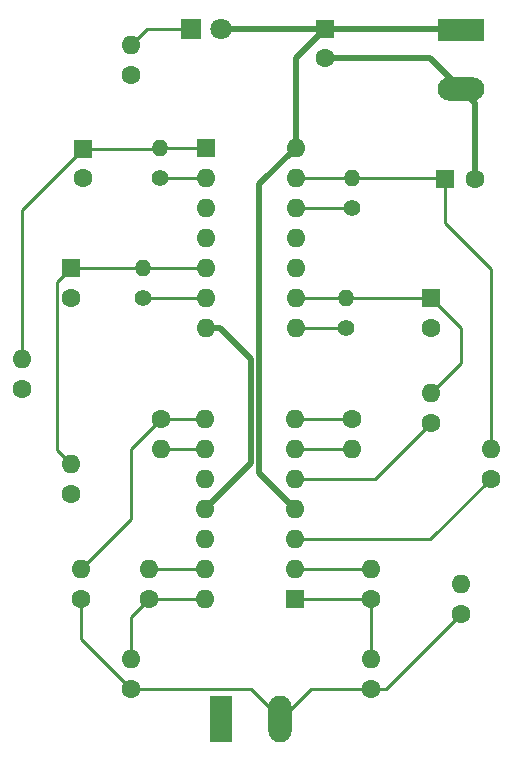
<source format=gbr>
%TF.GenerationSoftware,KiCad,Pcbnew,6.0.11+dfsg-1~bpo11+1*%
%TF.CreationDate,2023-11-19T23:21:45+01:00*%
%TF.ProjectId,lux106_002,6c757831-3036-45f3-9030-322e6b696361,rev?*%
%TF.SameCoordinates,Original*%
%TF.FileFunction,Copper,L1,Top*%
%TF.FilePolarity,Positive*%
%FSLAX46Y46*%
G04 Gerber Fmt 4.6, Leading zero omitted, Abs format (unit mm)*
G04 Created by KiCad (PCBNEW 6.0.11+dfsg-1~bpo11+1) date 2023-11-19 23:21:45*
%MOMM*%
%LPD*%
G01*
G04 APERTURE LIST*
%TA.AperFunction,ComponentPad*%
%ADD10C,1.400000*%
%TD*%
%TA.AperFunction,ComponentPad*%
%ADD11O,1.400000X1.400000*%
%TD*%
%TA.AperFunction,ComponentPad*%
%ADD12C,1.600000*%
%TD*%
%TA.AperFunction,ComponentPad*%
%ADD13O,1.600000X1.600000*%
%TD*%
%TA.AperFunction,ComponentPad*%
%ADD14R,3.960000X1.980000*%
%TD*%
%TA.AperFunction,ComponentPad*%
%ADD15O,3.960000X1.980000*%
%TD*%
%TA.AperFunction,ComponentPad*%
%ADD16R,1.600000X1.600000*%
%TD*%
%TA.AperFunction,ComponentPad*%
%ADD17R,1.800000X1.800000*%
%TD*%
%TA.AperFunction,ComponentPad*%
%ADD18C,1.800000*%
%TD*%
%TA.AperFunction,ComponentPad*%
%ADD19R,1.980000X3.960000*%
%TD*%
%TA.AperFunction,ComponentPad*%
%ADD20O,1.980000X3.960000*%
%TD*%
%TA.AperFunction,Conductor*%
%ADD21C,0.500000*%
%TD*%
%TA.AperFunction,Conductor*%
%ADD22C,0.250000*%
%TD*%
G04 APERTURE END LIST*
D10*
%TO.P,R11,1*%
%TO.N,Net-(R11-Pad1)*%
X105080000Y-78730000D03*
D11*
%TO.P,R11,2*%
%TO.N,Net-(C3-Pad1)*%
X105080000Y-76190000D03*
%TD*%
D12*
%TO.P,R1,1*%
%TO.N,Net-(R1-Pad1)*%
X77140000Y-93980000D03*
D13*
%TO.P,R1,2*%
%TO.N,Net-(C1-Pad1)*%
X77140000Y-91440000D03*
%TD*%
D14*
%TO.P,BT1,1,+*%
%TO.N,VCC*%
X114300000Y-63620000D03*
D15*
%TO.P,BT1,2,-*%
%TO.N,Earth*%
X114300000Y-68620000D03*
%TD*%
D12*
%TO.P,R9,1*%
%TO.N,Net-(R9-Pad1)*%
X116840000Y-101600000D03*
D13*
%TO.P,R9,2*%
%TO.N,Net-(C3-Pad1)*%
X116840000Y-99060000D03*
%TD*%
D12*
%TO.P,R16,1*%
%TO.N,OUT*%
X106680000Y-119380000D03*
D13*
%TO.P,R16,2*%
%TO.N,Net-(R16-Pad2)*%
X106680000Y-116840000D03*
%TD*%
D16*
%TO.P,C4,1*%
%TO.N,Net-(C4-Pad1)*%
X111760000Y-86350000D03*
D12*
%TO.P,C4,2*%
%TO.N,Earth*%
X111760000Y-88850000D03*
%TD*%
D16*
%TO.P,U1,1*%
%TO.N,Net-(C1-Pad1)*%
X92720000Y-73625000D03*
D13*
%TO.P,U1,2*%
%TO.N,Net-(R6-Pad1)*%
X92720000Y-76165000D03*
%TO.P,U1,3*%
%TO.N,N/C*%
X92720000Y-78705000D03*
%TO.P,U1,4*%
X92720000Y-81245000D03*
%TO.P,U1,5*%
%TO.N,Net-(C2-Pad1)*%
X92720000Y-83785000D03*
%TO.P,U1,6*%
%TO.N,Net-(R4-Pad1)*%
X92720000Y-86325000D03*
%TO.P,U1,7,VSS*%
%TO.N,Earth*%
X92720000Y-88865000D03*
%TO.P,U1,8*%
%TO.N,Net-(R12-Pad1)*%
X100340000Y-88865000D03*
%TO.P,U1,9*%
%TO.N,Net-(C4-Pad1)*%
X100340000Y-86325000D03*
%TO.P,U1,10*%
%TO.N,N/C*%
X100340000Y-83785000D03*
%TO.P,U1,11*%
X100340000Y-81245000D03*
%TO.P,U1,12*%
%TO.N,Net-(R11-Pad1)*%
X100340000Y-78705000D03*
%TO.P,U1,13*%
%TO.N,Net-(C3-Pad1)*%
X100340000Y-76165000D03*
%TO.P,U1,14,VDD*%
%TO.N,VCC*%
X100340000Y-73625000D03*
%TD*%
D12*
%TO.P,R3,1*%
%TO.N,Net-(R3-Pad1)*%
X81280000Y-102870000D03*
D13*
%TO.P,R3,2*%
%TO.N,Net-(C2-Pad1)*%
X81280000Y-100330000D03*
%TD*%
D16*
%TO.P,C3,1*%
%TO.N,Net-(C3-Pad1)*%
X113010000Y-76200000D03*
D12*
%TO.P,C3,2*%
%TO.N,Earth*%
X115510000Y-76200000D03*
%TD*%
D16*
%TO.P,C1,1*%
%TO.N,Net-(C1-Pad1)*%
X82320000Y-73660000D03*
D12*
%TO.P,C1,2*%
%TO.N,Earth*%
X82320000Y-76160000D03*
%TD*%
D16*
%TO.P,C2,1*%
%TO.N,Net-(C2-Pad1)*%
X81280000Y-83810000D03*
D12*
%TO.P,C2,2*%
%TO.N,Earth*%
X81280000Y-86310000D03*
%TD*%
D17*
%TO.P,D1,1,K*%
%TO.N,Net-(D1-Pad1)*%
X91440000Y-63500000D03*
D18*
%TO.P,D1,2,A*%
%TO.N,VCC*%
X93980000Y-63500000D03*
%TD*%
D12*
%TO.P,R8,1*%
%TO.N,Net-(R17-Pad2)*%
X105080000Y-96520000D03*
D13*
%TO.P,R8,2*%
%TO.N,Net-(R8-Pad2)*%
X105080000Y-99060000D03*
%TD*%
D16*
%TO.P,C5,1*%
%TO.N,VCC*%
X102850000Y-63500000D03*
D12*
%TO.P,C5,2*%
%TO.N,Earth*%
X102850000Y-66000000D03*
%TD*%
%TO.P,R13,1*%
%TO.N,Earth*%
X86360000Y-67415859D03*
D13*
%TO.P,R13,2*%
%TO.N,Net-(D1-Pad1)*%
X86360000Y-64875859D03*
%TD*%
D12*
%TO.P,R7,1*%
%TO.N,Net-(R16-Pad2)*%
X106680000Y-111760000D03*
D13*
%TO.P,R7,2*%
%TO.N,Net-(R7-Pad2)*%
X106680000Y-109220000D03*
%TD*%
D10*
%TO.P,R6,1*%
%TO.N,Net-(R6-Pad1)*%
X88890000Y-76190000D03*
D11*
%TO.P,R6,2*%
%TO.N,Net-(C1-Pad1)*%
X88890000Y-73650000D03*
%TD*%
D10*
%TO.P,R4,1*%
%TO.N,Net-(R4-Pad1)*%
X87410000Y-86350000D03*
D11*
%TO.P,R4,2*%
%TO.N,Net-(C2-Pad1)*%
X87410000Y-83810000D03*
%TD*%
D12*
%TO.P,R2,1*%
%TO.N,Net-(R14-Pad2)*%
X87960000Y-111760000D03*
D13*
%TO.P,R2,2*%
%TO.N,Net-(R2-Pad2)*%
X87960000Y-109220000D03*
%TD*%
D16*
%TO.P,U2,1*%
%TO.N,Net-(R16-Pad2)*%
X100320000Y-111765000D03*
D13*
%TO.P,U2,2,-*%
%TO.N,Net-(R7-Pad2)*%
X100320000Y-109225000D03*
%TO.P,U2,3,+*%
%TO.N,Net-(R9-Pad1)*%
X100320000Y-106685000D03*
%TO.P,U2,4,V+*%
%TO.N,VCC*%
X100320000Y-104145000D03*
%TO.P,U2,5,+*%
%TO.N,Net-(R10-Pad1)*%
X100320000Y-101605000D03*
%TO.P,U2,6,-*%
%TO.N,Net-(R8-Pad2)*%
X100320000Y-99065000D03*
%TO.P,U2,7*%
%TO.N,Net-(R17-Pad2)*%
X100320000Y-96525000D03*
%TO.P,U2,8*%
%TO.N,Net-(R15-Pad2)*%
X92700000Y-96525000D03*
%TO.P,U2,9,-*%
%TO.N,Net-(R5-Pad2)*%
X92700000Y-99065000D03*
%TO.P,U2,10,+*%
%TO.N,Net-(R1-Pad1)*%
X92700000Y-101605000D03*
%TO.P,U2,11,V-*%
%TO.N,Earth*%
X92700000Y-104145000D03*
%TO.P,U2,12,+*%
%TO.N,Net-(R3-Pad1)*%
X92700000Y-106685000D03*
%TO.P,U2,13,-*%
%TO.N,Net-(R2-Pad2)*%
X92700000Y-109225000D03*
%TO.P,U2,14*%
%TO.N,Net-(R14-Pad2)*%
X92700000Y-111765000D03*
%TD*%
D12*
%TO.P,R10,1*%
%TO.N,Net-(R10-Pad1)*%
X111821380Y-96878865D03*
D13*
%TO.P,R10,2*%
%TO.N,Net-(C4-Pad1)*%
X111821380Y-94338865D03*
%TD*%
D12*
%TO.P,R14,1*%
%TO.N,OUT*%
X86360000Y-119380000D03*
D13*
%TO.P,R14,2*%
%TO.N,Net-(R14-Pad2)*%
X86360000Y-116840000D03*
%TD*%
D10*
%TO.P,R12,1*%
%TO.N,Net-(R12-Pad1)*%
X104580000Y-88890000D03*
D11*
%TO.P,R12,2*%
%TO.N,Net-(C4-Pad1)*%
X104580000Y-86350000D03*
%TD*%
D12*
%TO.P,R15,1*%
%TO.N,OUT*%
X82190000Y-111760000D03*
D13*
%TO.P,R15,2*%
%TO.N,Net-(R15-Pad2)*%
X82190000Y-109220000D03*
%TD*%
D12*
%TO.P,R5,1*%
%TO.N,Net-(R15-Pad2)*%
X88900000Y-96520000D03*
D13*
%TO.P,R5,2*%
%TO.N,Net-(R5-Pad2)*%
X88900000Y-99060000D03*
%TD*%
D19*
%TO.P,J1,1,Pin_1*%
%TO.N,Earth*%
X93980000Y-121920000D03*
D20*
%TO.P,J1,2,Pin_2*%
%TO.N,OUT*%
X98980000Y-121920000D03*
%TD*%
D12*
%TO.P,R17,1*%
%TO.N,OUT*%
X114300000Y-113030000D03*
D13*
%TO.P,R17,2*%
%TO.N,Net-(R17-Pad2)*%
X114300000Y-110490000D03*
%TD*%
D21*
%TO.N,Earth*%
X115510000Y-76200000D02*
X115510000Y-69830000D01*
X115510000Y-69830000D02*
X114300000Y-68620000D01*
%TO.N,VCC*%
X102850000Y-63500000D02*
X114180000Y-63500000D01*
X114180000Y-63500000D02*
X114300000Y-63620000D01*
%TO.N,Earth*%
X102850000Y-66000000D02*
X111680000Y-66000000D01*
X111680000Y-66000000D02*
X114300000Y-68620000D01*
D22*
%TO.N,Net-(C1-Pad1)*%
X92720000Y-73625000D02*
X88915000Y-73625000D01*
X88915000Y-73625000D02*
X88890000Y-73650000D01*
X82320000Y-73660000D02*
X88880000Y-73660000D01*
X88880000Y-73660000D02*
X88890000Y-73650000D01*
X82320000Y-73660000D02*
X77140000Y-78840000D01*
X77140000Y-78840000D02*
X77140000Y-91440000D01*
%TO.N,Net-(C4-Pad1)*%
X111760000Y-86350000D02*
X114300000Y-88890000D01*
X114300000Y-88890000D02*
X114300000Y-91860245D01*
X114300000Y-91860245D02*
X111821380Y-94338865D01*
X111760000Y-86350000D02*
X104580000Y-86350000D01*
%TO.N,Net-(R6-Pad1)*%
X88890000Y-76190000D02*
X92695000Y-76190000D01*
X92695000Y-76190000D02*
X92720000Y-76165000D01*
%TO.N,Net-(C2-Pad1)*%
X81280000Y-83810000D02*
X87410000Y-83810000D01*
X92695000Y-83810000D02*
X92720000Y-83785000D01*
X80105000Y-84985000D02*
X80105000Y-99155000D01*
X81280000Y-83810000D02*
X80105000Y-84985000D01*
X87410000Y-83810000D02*
X92695000Y-83810000D01*
X80105000Y-99155000D02*
X81280000Y-100330000D01*
%TO.N,Net-(C3-Pad1)*%
X100365000Y-76190000D02*
X100340000Y-76165000D01*
X113010000Y-79990000D02*
X116840000Y-83820000D01*
X105080000Y-76190000D02*
X113000000Y-76190000D01*
X113010000Y-76200000D02*
X113010000Y-79990000D01*
X113000000Y-76190000D02*
X113010000Y-76200000D01*
X105080000Y-76190000D02*
X100365000Y-76190000D01*
X116840000Y-83820000D02*
X116840000Y-99060000D01*
%TO.N,Net-(C4-Pad1)*%
X104555000Y-86325000D02*
X104580000Y-86350000D01*
X100340000Y-86325000D02*
X104555000Y-86325000D01*
%TO.N,Net-(R14-Pad2)*%
X86360000Y-116840000D02*
X86360000Y-113360000D01*
X92695000Y-111760000D02*
X92700000Y-111765000D01*
X87960000Y-111760000D02*
X92695000Y-111760000D01*
X86360000Y-113360000D02*
X87960000Y-111760000D01*
%TO.N,Net-(R15-Pad2)*%
X92695000Y-96520000D02*
X92700000Y-96525000D01*
X86360000Y-99060000D02*
X88900000Y-96520000D01*
X88900000Y-96520000D02*
X92695000Y-96520000D01*
X86360000Y-105050000D02*
X86360000Y-99060000D01*
X82190000Y-109220000D02*
X86360000Y-105050000D01*
%TO.N,Net-(R16-Pad2)*%
X100320000Y-111765000D02*
X106675000Y-111765000D01*
X106675000Y-111765000D02*
X106680000Y-111760000D01*
X106680000Y-116840000D02*
X106680000Y-111760000D01*
%TO.N,Net-(R17-Pad2)*%
X100320000Y-96525000D02*
X105075000Y-96525000D01*
X105075000Y-96525000D02*
X105080000Y-96520000D01*
%TO.N,OUT*%
X99060000Y-121920000D02*
X101600000Y-119380000D01*
X82190000Y-115210000D02*
X86360000Y-119380000D01*
X98980000Y-121840000D02*
X98980000Y-121920000D01*
X106680000Y-119380000D02*
X107950000Y-119380000D01*
X107950000Y-119380000D02*
X114300000Y-113030000D01*
X86360000Y-119380000D02*
X96520000Y-119380000D01*
X96520000Y-119380000D02*
X98980000Y-121840000D01*
X82190000Y-111760000D02*
X82190000Y-115210000D01*
X101600000Y-119380000D02*
X106680000Y-119380000D01*
X98980000Y-121920000D02*
X99060000Y-121920000D01*
%TO.N,Net-(R2-Pad2)*%
X92695000Y-109220000D02*
X92700000Y-109225000D01*
X87960000Y-109220000D02*
X92695000Y-109220000D01*
%TO.N,Net-(R4-Pad1)*%
X87410000Y-86350000D02*
X92695000Y-86350000D01*
X92695000Y-86350000D02*
X92720000Y-86325000D01*
%TO.N,Net-(R5-Pad2)*%
X92695000Y-99060000D02*
X92700000Y-99065000D01*
X88900000Y-99060000D02*
X92695000Y-99060000D01*
D21*
%TO.N,VCC*%
X97270000Y-101095000D02*
X97270000Y-76695000D01*
X102850000Y-63500000D02*
X100340000Y-66010000D01*
X100320000Y-104145000D02*
X97270000Y-101095000D01*
X100340000Y-66010000D02*
X100340000Y-73625000D01*
X97270000Y-76695000D02*
X100340000Y-73625000D01*
X102850000Y-63500000D02*
X93980000Y-63500000D01*
%TO.N,Earth*%
X96520000Y-91440000D02*
X96520000Y-100325000D01*
X92720000Y-88865000D02*
X93945000Y-88865000D01*
X96520000Y-100325000D02*
X92700000Y-104145000D01*
X93945000Y-88865000D02*
X96520000Y-91440000D01*
D22*
%TO.N,Net-(R7-Pad2)*%
X100320000Y-109225000D02*
X106675000Y-109225000D01*
X106675000Y-109225000D02*
X106680000Y-109220000D01*
%TO.N,Net-(R8-Pad2)*%
X100320000Y-99065000D02*
X105075000Y-99065000D01*
X105075000Y-99065000D02*
X105080000Y-99060000D01*
%TO.N,Net-(R9-Pad1)*%
X111755000Y-106685000D02*
X100320000Y-106685000D01*
X116840000Y-101600000D02*
X111755000Y-106685000D01*
%TO.N,Net-(R10-Pad1)*%
X111821380Y-96878865D02*
X107095245Y-101605000D01*
X107095245Y-101605000D02*
X100320000Y-101605000D01*
%TO.N,Net-(R11-Pad1)*%
X105055000Y-78705000D02*
X105080000Y-78730000D01*
X100340000Y-78705000D02*
X105055000Y-78705000D01*
%TO.N,Net-(R12-Pad1)*%
X104555000Y-88865000D02*
X104580000Y-88890000D01*
X100340000Y-88865000D02*
X104555000Y-88865000D01*
%TO.N,Net-(D1-Pad1)*%
X91440000Y-63500000D02*
X87735859Y-63500000D01*
X87735859Y-63500000D02*
X86360000Y-64875859D01*
%TD*%
M02*

</source>
